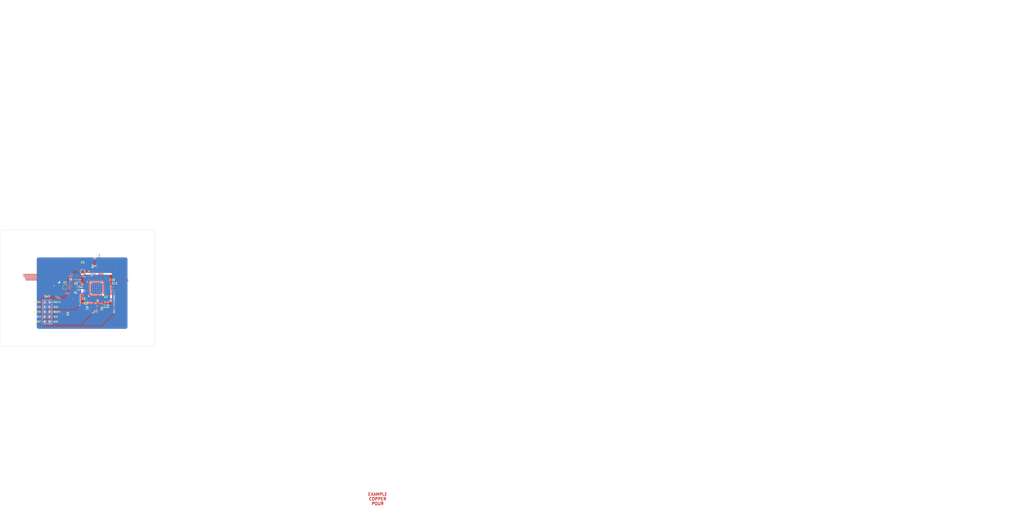
<source format=kicad_pcb>
(kicad_pcb (version 20211014) (generator pcbnew)
  (title_block (title "Acheron Joker48 template layout") (date "2022-02-09") (rev "V1.1.0") (company "Designed by Gondolindrim"))
  (layers (0 "F.Cu" signal) (31 "B.Cu" signal) (34 "B.Paste" user) (35 "F.Paste" user) (36 "B.SilkS" user "B.Silkscreen") (37 "F.SilkS" user "F.Silkscreen") (38 "B.Mask" user) (39 "F.Mask" user) (44 "Edge.Cuts" user))
  (net 0 "")
  (net 1 "Net-(C11-Pad2)")
  (net 2 "GND")
  (net 3 "3V3")
  (net 4 "XTAL_OUT")
  (net 5 "XTAL_IN")
  (net 6 "SDA")
  (net 7 "SCL")
  (net 8 "D+")
  (net 9 "/PA9")
  (net 10 "unconnected-(U2-Pad2)")
  (net 11 "unconnected-(U2-Pad3)")
  (net 12 "unconnected-(U2-Pad4)")
  (net 13 "NRST")
  (net 14 "unconnected-(U2-Pad10)")
  (net 15 "unconnected-(U2-Pad11)")
  (net 16 "unconnected-(U2-Pad12)")
  (net 17 "unconnected-(U2-Pad13)")
  (net 18 "unconnected-(U2-Pad14)")
  (net 19 "unconnected-(U2-Pad15)")
  (net 20 "LED_PWM")
  (net 21 "unconnected-(U2-Pad17)")
  (net 22 "unconnected-(U2-Pad18)")
  (net 23 "CAPS_INDICATOR")
  (net 24 "PB2{slash}BOOT1")
  (net 25 "unconnected-(U2-Pad21)")
  (net 26 "unconnected-(U2-Pad25)")
  (net 27 "unconnected-(U2-Pad26)")
  (net 28 "unconnected-(U2-Pad27)")
  (net 29 "RGB_3V3")
  (net 30 "unconnected-(U2-Pad29)")
  (net 31 "unconnected-(U2-Pad31)")
  (net 32 "D-")
  (net 33 "SWDIO")
  (net 34 "SWCLK")
  (net 35 "unconnected-(U2-Pad38)")
  (net 36 "unconnected-(U2-Pad39)")
  (net 37 "unconnected-(U2-Pad40)")
  (net 38 "unconnected-(U2-Pad41)")
  (net 39 "BOOT0")
  (net 40 "unconnected-(U2-Pad45)")
  (net 41 "unconnected-(U2-Pad46)")
  (footprint "acheron_Components:TSSOP-8_4.4x3mm_P0.65mm" (layer "F.Cu") (at 224.4 124.499999)
    (fp_text reference "U1" (at 0 -2.45) (layer "F.SilkS") (effects (font (thickness 0.2))))
    (fp_text value "BL24C256A-SFRC")
    (pad "1" smd roundrect locked (at -2.8625 -0.975) (size 1.475 0.4) (layers "F.Cu" "F.Paste" "F.Mask") (roundrect_rratio 0.5) (net 2 "GND"))
    (pad "2" smd rect locked (at -2.8625 -0.325) (size 1.475 0.4) (layers "F.Cu" "F.Paste" "F.Mask") (net 2 "GND"))
    (pad "3" smd rect locked (at -2.8625 0.325) (size 1.475 0.4) (layers "F.Cu" "F.Paste" "F.Mask") (net 2 "GND"))
    (pad "4" smd rect locked (at -2.8625 0.975) (size 1.475 0.4) (layers "F.Cu" "F.Paste" "F.Mask") (net 2 "GND"))
    (pad "5" smd rect locked (at 2.8625 0.975) (size 1.475 0.4) (layers "F.Cu" "F.Paste" "F.Mask") (net 6 "SDA"))
    (pad "6" smd rect locked (at 2.8625 0.325) (size 1.475 0.4) (layers "F.Cu" "F.Paste" "F.Mask") (net 7 "SCL"))
    (pad "7" smd rect locked (at 2.8625 -0.325) (size 1.475 0.4) (layers "F.Cu" "F.Paste" "F.Mask") (net 2 "GND"))
    (pad "8" smd rect locked (at 2.8625 -0.975) (size 1.475 0.4) (layers "F.Cu" "F.Paste" "F.Mask") (net 3 "3V3"))
  )
  (footprint "Capacitor_SMD:C_0402_1005Metric" (layer "F.Cu") (at 237.349972 134.999999 -90)
    (fp_text reference "C9" (at 0.35 1.4 90) (layer "F.SilkS") (effects (font (thickness 0.2))))
    (fp_text value "16p")
    (pad "1" smd roundrect locked (at -0.48 0 270) (size 0.56 0.62) (layers "F.Cu" "F.Paste" "F.Mask") (net 5 "XTAL_IN"))
    (pad "2" smd roundrect locked (at 0.48 0 270) (size 0.56 0.62) (layers "F.Cu" "F.Paste" "F.Mask") (net 2 "GND"))
  )
  (footprint "Capacitor_SMD:C_0402_1005Metric" (layer "F.Cu") (at 247.4 122.6 180)
    (fp_text reference "C11" (at -1.2 0.05) (layer "F.SilkS") (effects (font (thickness 0.2)) (justify left)))
    (fp_text value "4.7u")
    (pad "1" smd roundrect locked (at -0.48 0 180) (size 0.56 0.62) (layers "F.Cu" "F.Paste" "F.Mask") (net 2 "GND"))
    (pad "2" smd roundrect locked (at 0.48 0 180) (size 0.56 0.62) (layers "F.Cu" "F.Paste" "F.Mask") (net 1 "Net-(C11-Pad2)"))
  )
  (footprint "Capacitor_SMD:C_0402_1005Metric" (layer "F.Cu") (at 227.4 121.8 180)
    (fp_text reference "C1" (at 0 1.4) (layer "F.SilkS") (effects (font (thickness 0.2))))
    (fp_text value "100n")
    (pad "1" smd roundrect locked (at -0.48 0 180) (size 0.56 0.62) (layers "F.Cu" "F.Paste" "F.Mask") (net 2 "GND"))
    (pad "2" smd roundrect locked (at 0.48 0 180) (size 0.56 0.62) (layers "F.Cu" "F.Paste" "F.Mask") (net 3 "3V3"))
  )
  (footprint "acheron_Components:STM_UFQFPN-48_LQFP-48-1EP_7x7mm_P0.5mm_HandSoldering_ThermalReliefs" (layer "F.Cu") (at 240.749972 125.149999 90)
    (fp_text reference "U2" (at -4.4 4.8 180) (layer "F.SilkS") (effects (font (thickness 0.2))))
    (fp_text value "STM32F411CEU6")
    (pad "1" smd roundrect locked (at -4 -2.75 90) (size 1.8 0.3) (layers "F.Cu" "F.Paste" "F.Mask") (roundrect_rratio 0.5) (net 3 "3V3"))
    (pad "2" smd rect locked (at -4 -2.25 90) (size 1.8 0.3) (layers "F.Cu" "F.Paste" "F.Mask") (net 10 "unconnected-(U2-Pad2)"))
    (pad "3" smd rect locked (at -4 -1.75 90) (size 1.8 0.3) (layers "F.Cu" "F.Paste" "F.Mask") (net 11 "unconnected-(U2-Pad3)"))
    (pad "4" smd rect locked (at -4 -1.25 90) (size 1.8 0.3) (layers "F.Cu" "F.Paste" "F.Mask") (net 12 "unconnected-(U2-Pad4)"))
    (pad "5" smd rect locked (at -4 -0.75 90) (size 1.8 0.3) (layers "F.Cu" "F.Paste" "F.Mask") (net 5 "XTAL_IN"))
    (pad "6" smd rect locked (at -4 -0.25 90) (size 1.8 0.3) (layers "F.Cu" "F.Paste" "F.Mask") (net 4 "XTAL_OUT"))
    (pad "7" smd rect locked (at -4 0.25 90) (size 1.8 0.3) (layers "F.Cu" "F.Paste" "F.Mask") (net 13 "NRST"))
    (pad "8" smd rect locked (at -4 0.75 90) (size 1.8 0.3) (layers "F.Cu" "F.Paste" "F.Mask") (net 2 "GND"))
    (pad "9" smd rect locked (at -4 1.25 90) (size 1.8 0.3) (layers "F.Cu" "F.Paste" "F.Mask") (net 3 "3V3"))
    (pad "10" smd rect locked (at -4 1.75 90) (size 1.8 0.3) (layers "F.Cu" "F.Paste" "F.Mask") (net 14 "unconnected-(U2-Pad10)"))
    (pad "11" smd rect locked (at -4 2.25 90) (size 1.8 0.3) (layers "F.Cu" "F.Paste" "F.Mask") (net 15 "unconnected-(U2-Pad11)"))
    (pad "12" smd rect locked (at -4 2.75 90) (size 1.8 0.3) (layers "F.Cu" "F.Paste" "F.Mask") (net 16 "unconnected-(U2-Pad12)"))
    (pad "13" smd rect locked (at -2.75 4 180) (size 1.8 0.3) (layers "F.Cu" "F.Paste" "F.Mask") (net 17 "unconnected-(U2-Pad13)"))
    (pad "14" smd rect locked (at -2.25 4 180) (size 1.8 0.3) (layers "F.Cu" "F.Paste" "F.Mask") (net 18 "unconnected-(U2-Pad14)"))
    (pad "15" smd rect locked (at -1.75 4 180) (size 1.8 0.3) (layers "F.Cu" "F.Paste" "F.Mask") (net 19 "unconnected-(U2-Pad15)"))
    (pad "16" smd rect locked (at -1.25 4 180) (size 1.8 0.3) (layers "F.Cu" "F.Paste" "F.Mask") (net 20 "LED_PWM"))
    (pad "17" smd rect locked (at -0.75 4 180) (size 1.8 0.3) (layers "F.Cu" "F.Paste" "F.Mask") (net 21 "unconnected-(U2-Pad17)"))
    (pad "18" smd rect locked (at -0.25 4 180) (size 1.8 0.3) (layers "F.Cu" "F.Paste" "F.Mask") (net 22 "unconnected-(U2-Pad18)"))
    (pad "19" smd rect locked (at 0.25 4 180) (size 1.8 0.3) (layers "F.Cu" "F.Paste" "F.Mask") (net 23 "CAPS_INDICATOR"))
    (pad "20" smd rect locked (at 0.75 4 180) (size 1.8 0.3) (layers "F.Cu" "F.Paste" "F.Mask") (net 24 "PB2{slash}BOOT1"))
    (pad "21" smd rect locked (at 1.25 4 180) (size 1.8 0.3) (layers "F.Cu" "F.Paste" "F.Mask") (net 25 "unconnected-(U2-Pad21)"))
    (pad "22" smd rect locked (at 1.75 4 180) (size 1.8 0.3) (layers "F.Cu" "F.Paste" "F.Mask") (net 1 "Net-(C11-Pad2)"))
    (pad "23" smd rect locked (at 2.25 4 180) (size 1.8 0.3) (layers "F.Cu" "F.Paste" "F.Mask") (net 2 "GND"))
    (pad "24" smd rect locked (at 2.75 4 180) (size 1.8 0.3) (layers "F.Cu" "F.Paste" "F.Mask") (net 3 "3V3"))
    (pad "25" smd rect locked (at 4 2.75 90) (size 1.8 0.3) (layers "F.Cu" "F.Paste" "F.Mask") (net 26 "unconnected-(U2-Pad25)"))
    (pad "26" smd rect locked (at 4 2.25 90) (size 1.8 0.3) (layers "F.Cu" "F.Paste" "F.Mask") (net 27 "unconnected-(U2-Pad26)"))
    (pad "27" smd rect locked (at 4 1.75 90) (size 1.8 0.3) (layers "F.Cu" "F.Paste" "F.Mask") (net 28 "unconnected-(U2-Pad27)"))
    (pad "28" smd rect locked (at 4 1.25 90) (size 1.8 0.3) (layers "F.Cu" "F.Paste" "F.Mask") (net 29 "RGB_3V3"))
    (pad "29" smd rect locked (at 4 0.75 90) (size 1.8 0.3) (layers "F.Cu" "F.Paste" "F.Mask") (net 30 "unconnected-(U2-Pad29)"))
    (pad "30" smd rect locked (at 4 0.25 90) (size 1.8 0.3) (layers "F.Cu" "F.Paste" "F.Mask") (net 9 "/PA9"))
    (pad "31" smd rect locked (at 4 -0.25 90) (size 1.8 0.3) (layers "F.Cu" "F.Paste" "F.Mask") (net 31 "unconnected-(U2-Pad31)"))
    (pad "32" smd rect locked (at 4 -0.75 90) (size 1.8 0.3) (layers "F.Cu" "F.Paste" "F.Mask") (net 32 "D-"))
    (pad "33" smd rect locked (at 4 -1.25 90) (size 1.8 0.3) (layers "F.Cu" "F.Paste" "F.Mask") (net 8 "D+"))
    (pad "34" smd rect locked (at 4 -1.75 90) (size 1.8 0.3) (layers "F.Cu" "F.Paste" "F.Mask") (net 33 "SWDIO"))
    (pad "35" smd rect locked (at 4 -2.25 90) (size 1.8 0.3) (layers "F.Cu" "F.Paste" "F.Mask") (net 2 "GND"))
    (pad "36" smd rect locked (at 4 -2.75 90) (size 1.8 0.3) (layers "F.Cu" "F.Paste" "F.Mask") (net 3 "3V3"))
    (pad "37" smd rect locked (at 2.75 -4 180) (size 1.8 0.3) (layers "F.Cu" "F.Paste" "F.Mask") (net 34 "SWCLK"))
    (pad "38" smd rect locked (at 2.25 -4 180) (size 1.8 0.3) (layers "F.Cu" "F.Paste" "F.Mask") (net 35 "unconnected-(U2-Pad38)"))
    (pad "39" smd rect locked (at 1.75 -4 180) (size 1.8 0.3) (layers "F.Cu" "F.Paste" "F.Mask") (net 36 "unconnected-(U2-Pad39)"))
    (pad "40" smd rect locked (at 1.25 -4 180) (size 1.8 0.3) (layers "F.Cu" "F.Paste" "F.Mask") (net 37 "unconnected-(U2-Pad40)"))
    (pad "41" smd rect locked (at 0.75 -4 180) (size 1.8 0.3) (layers "F.Cu" "F.Paste" "F.Mask") (net 38 "unconnected-(U2-Pad41)"))
    (pad "42" smd rect locked (at 0.25 -4 180) (size 1.8 0.3) (layers "F.Cu" "F.Paste" "F.Mask") (net 7 "SCL"))
    (pad "43" smd rect locked (at -0.25 -4 180) (size 1.8 0.3) (layers "F.Cu" "F.Paste" "F.Mask") (net 6 "SDA"))
    (pad "44" smd rect locked (at -0.75 -4 180) (size 1.8 0.3) (layers "F.Cu" "F.Paste" "F.Mask") (net 39 "BOOT0"))
    (pad "45" smd rect locked (at -1.25 -4 180) (size 1.8 0.3) (layers "F.Cu" "F.Paste" "F.Mask") (net 40 "unconnected-(U2-Pad45)"))
    (pad "46" smd rect locked (at -1.75 -4 180) (size 1.8 0.3) (layers "F.Cu" "F.Paste" "F.Mask") (net 41 "unconnected-(U2-Pad46)"))
    (pad "47" smd rect locked (at -2.25 -4 180) (size 1.8 0.3) (layers "F.Cu" "F.Paste" "F.Mask") (net 2 "GND"))
    (pad "47" thru_hole circle (at 2 1 90) (size 0.6 0.6) (drill 0.3) (layers *.Cu "F.Mask") (net 2 "GND"))
    (pad "47" thru_hole circle (at -2 1 90) (size 0.6 0.6) (drill 0.3) (layers *.Cu "F.Mask") (net 2 "GND"))
    (pad "47" thru_hole circle (at -1 1 90) (size 0.6 0.6) (drill 0.3) (layers *.Cu "F.Mask") (net 2 "GND"))
    (pad "47" thru_hole circle (at 0 2 90) (size 0.6 0.6) (drill 0.3) (layers *.Cu "F.Mask") (net 2 "GND"))
    (pad "47" thru_hole circle (at 0 -2 90) (size 0.6 0.6) (drill 0.3) (layers *.Cu "F.Mask") (net 2 "GND"))
    (pad "47" thru_hole circle (at -2 -2 90) (size 0.6 0.6) (drill 0.3) (layers *.Cu "F.Mask") (net 2 "GND"))
    (pad "47" thru_hole circle (at 0 -1 90) (size 0.6 0.6) (drill 0.3) (layers *.Cu "F.Mask") (net 2 "GND"))
    (pad "47" thru_hole circle (at 2 -2 90) (size 0.6 0.6) (drill 0.3) (layers *.Cu "F.Mask") (net 2 "GND"))
    (pad "47" thru_hole circle (at -1 2 90) (size 0.6 0.6) (drill 0.3) (layers *.Cu "F.Mask") (net 2 "GND"))
    (pad "47" smd rect locked (at 0 0 90) (size 5.2 5.2) (layers "F.Cu" "F.Mask") (net 2 "GND"))
    (pad "47" thru_hole circle (at -2 -1 90) (size 0.6 0.6) (drill 0.3) (layers *.Cu "F.Mask") (net 2 "GND"))
    (pad "47" thru_hole circle (at 2 -1 90) (size 0.6 0.6) (drill 0.3) (layers *.Cu "F.Mask") (net 2 "GND"))
    (pad "47" thru_hole circle (at -1 -1 90) (size 0.6 0.6) (drill 0.3) (layers *.Cu "F.Mask") (net 2 "GND"))
    (pad "47" thru_hole circle (at 1 -2 90) (size 0.6 0.6) (drill 0.3) (layers *.Cu "F.Mask") (net 2 "GND"))
    (pad "47" thru_hole circle (at 1 -1 90) (size 0.6 0.6) (drill 0.3) (layers *.Cu "F.Mask") (net 2 "GND"))
    (pad "47" thru_hole circle (at 1 0 90) (size 0.6 0.6) (drill 0.3) (layers *.Cu "F.Mask") (net 2 "GND"))
    (pad "47" thru_hole circle (at 2 0 90) (size 0.6 0.6) (drill 0.3) (layers *.Cu "F.Mask") (net 2 "GND"))
    (pad "47" thru_hole circle (at 1 1 90) (size 0.6 0.6) (drill 0.3) (layers *.Cu "F.Mask") (net 2 "GND"))
    (pad "47" thru_hole circle (at -2 2 90) (size 0.6 0.6) (drill 0.3) (layers *.Cu "F.Mask") (net 2 "GND"))
    (pad "47" thru_hole circle (at 2 2 90) (size 0.6 0.6) (drill 0.3) (layers *.Cu "F.Mask") (net 2 "GND"))
    (pad "47" thru_hole circle (at 0 1 90) (size 0.6 0.6) (drill 0.3) (layers *.Cu "F.Mask") (net 2 "GND"))
    (pad "47" thru_hole circle (at 0 0 90) (size 0.6 0.6) (drill 0.3) (layers *.Cu "F.Mask") (net 2 "GND"))
    (pad "47" thru_hole circle (at -2 0 90) (size 0.6 0.6) (drill 0.3) (layers *.Cu "F.Mask") (net 2 "GND"))
    (pad "47" thru_hole circle (at -1 -2 90) (size 0.6 0.6) (drill 0.3) (layers *.Cu "F.Mask") (net 2 "GND"))
    (pad "47" thru_hole circle (at -1 0 90) (size 0.6 0.6) (drill 0.3) (layers *.Cu "F.Mask") (net 2 "GND"))
    (pad "47" thru_hole circle (at 1 2 90) (size 0.6 0.6) (drill 0.3) (layers *.Cu "F.Mask") (net 2 "GND"))
    (pad "48" smd rect locked (at -2.75 -4 180) (size 1.8 0.3) (layers "F.Cu" "F.Paste" "F.Mask") (net 3 "3V3"))
  )
  (footprint "acheron_Connectors:PinHeader_2x5_P2.54mm_Vertical_Staggered" (layer "F.Cu") (at 215.112972 137.382999)
    (fp_text reference "X1" hide)
    (fp_text value "ARM JTAG" hide)
    (pad "1" thru_hole rect (at -1.2065 -5.08) (size 1.524 1.524) (drill 0.762) (layers *.Cu *.Mask) (net 33 "SWDIO"))
    (pad "2" thru_hole oval (at 1.3335 -5.08) (size 1.524 1.524) (drill 0.762) (layers *.Cu *.Mask) (net 34 "SWCLK"))
    (pad "3" thru_hole oval (at -1.3335 -2.54) (size 1.524 1.524) (drill 0.762) (layers *.Cu *.Mask) (net 2 "GND"))
    (pad "4" thru_hole oval (at 1.2065 -2.54) (size 1.524 1.524) (drill 0.762) (layers *.Cu *.Mask) (net 2 "GND"))
    (pad "5" thru_hole oval (at -1.2065 0) (size 1.524 1.524) (drill 0.762) (layers *.Cu *.Mask) (net 39 "BOOT0"))
    (pad "6" thru_hole oval (at 1.3335 0) (size 1.524 1.524) (drill 0.762) (layers *.Cu *.Mask) (net 24 "PB2{slash}BOOT1"))
    (pad "7" thru_hole oval (at -1.3335 2.54) (size 1.524 1.524) (drill 0.762) (layers *.Cu *.Mask) (net 3 "3V3"))
    (pad "8" thru_hole oval (at 1.2065 2.54) (size 1.524 1.524) (drill 0.762) (layers *.Cu *.Mask) (net 3 "3V3"))
    (pad "9" thru_hole oval (at -1.2065 5.08) (size 1.524 1.524) (drill 0.762) (layers *.Cu *.Mask) (net 13 "NRST"))
    (pad "10" thru_hole oval (at 1.3335 5.08) (size 1.524 1.524) (drill 0.762) (layers *.Cu *.Mask) (net 2 "GND"))
  )
  (footprint "Capacitor_SMD:C_0402_1005Metric" (layer "F.Cu") (at 245.979971 120.8 180)
    (fp_text reference "C10" (at -1.2 0) (layer "F.SilkS") (effects (font (thickness 0.2)) (justify left)))
    (fp_text value "100n")
    (pad "1" smd roundrect locked (at -0.48 0 180) (size 0.56 0.62) (layers "F.Cu" "F.Paste" "F.Mask") (net 2 "GND"))
    (pad "2" smd roundrect locked (at 0.48 0 180) (size 0.56 0.62) (layers "F.Cu" "F.Paste" "F.Mask") (net 3 "3V3"))
  )
  (footprint "Capacitor_SMD:C_0402_1005Metric" (layer "F.Cu") (at 235.249972 131.749999 180)
    (fp_text reference "C2" (at 0 -1.3 180) (layer "F.SilkS") (effects (font (thickness 0.2))))
    (fp_text value "100n")
    (pad "1" smd roundrect locked (at -0.48 0 180) (size 0.56 0.62) (layers "F.Cu" "F.Paste" "F.Mask") (net 3 "3V3"))
    (pad "2" smd roundrect locked (at 0.48 0 180) (size 0.56 0.62) (layers "F.Cu" "F.Paste" "F.Mask") (net 2 "GND"))
  )
  (footprint "acheron_Components:CP_EIA-3216-10_Kemet-I_Pad1.58x1.35mm_HandSolder" (layer "F.Cu") (at 233.549972 115.149999 90)
    (fp_text reference "C5" (at 3.4 0 180) (layer "F.SilkS") (effects (font (thickness 0.2))))
    (fp_text value "10u")
    (pad "1" smd roundrect (at -1.4375 0 90) (size 1.575 1.35) (layers "F.Cu" "F.Paste" "F.Mask") (roundrect_rratio 0.185185) (net 3 "3V3"))
    (pad "2" smd roundrect (at 1.4375 0 90) (size 1.575 1.35) (layers "F.Cu" "F.Paste" "F.Mask") (roundrect_rratio 0.185185) (net 2 "GND"))
  )
  (footprint "Capacitor_SMD:C_0402_1005Metric" (layer "F.Cu") (at 246.649972 132.229999 -90)
    (fp_text reference "C6" (at 1.15 0 90) (layer "F.SilkS") (effects (font (thickness 0.2)) (justify right)))
    (fp_text value "1u")
    (pad "1" smd roundrect locked (at -0.48 0 270) (size 0.56 0.62) (layers "F.Cu" "F.Paste" "F.Mask") (net 3 "3V3"))
    (pad "2" smd roundrect locked (at 0.48 0 270) (size 0.56 0.62) (layers "F.Cu" "F.Paste" "F.Mask") (net 2 "GND"))
  )
  (footprint "acheron_Components:Crystal_SMD_3225-4Pin_3.2x2.5mm" (layer "F.Cu") (at 240.437472 134.399999 180)
    (fp_text reference "Y1" (at 0 -2.6) (layer "F.SilkS") (effects (font (thickness 0.2))))
    (fp_text value "7325-0800A2010-00")
    (pad "1" smd rect locked (at -1.1 0.85 180) (size 1.4 1.2) (layers "F.Cu" "F.Paste" "F.Mask") (net 4 "XTAL_OUT"))
    (pad "2" smd rect locked (at 1.1 0.85 180) (size 1.4 1.2) (layers "F.Cu" "F.Paste" "F.Mask") (net 2 "GND"))
    (pad "3" smd rect locked (at 1.1 -0.85 180) (size 1.4 1.2) (layers "F.Cu" "F.Paste" "F.Mask") (net 5 "XTAL_IN"))
    (pad "4" smd rect locked (at -1.1 -0.85 180) (size 1.4 1.2) (layers "F.Cu" "F.Paste" "F.Mask") (net 2 "GND"))
  )
  (footprint "Capacitor_SMD:C_0402_1005Metric" (layer "F.Cu") (at 233.949972 129.149999 180)
    (fp_text reference "C3" (at 0 -1.4) (layer "F.SilkS") (effects (font (thickness 0.2))))
    (fp_text value "100n")
    (pad "1" smd roundrect locked (at -0.48 0 180) (size 0.56 0.62) (layers "F.Cu" "F.Paste" "F.Mask") (net 3 "3V3"))
    (pad "2" smd roundrect locked (at 0.48 0 180) (size 0.56 0.62) (layers "F.Cu" "F.Paste" "F.Mask") (net 2 "GND"))
  )
  (footprint "Capacitor_SMD:C_0402_1005Metric" (layer "F.Cu") (at 243.549972 133.479999 -90)
    (fp_text reference "C8" (at 1.12 0 90) (layer "F.SilkS") (effects (font (thickness 0.2)) (justify right)))
    (fp_text value "16p")
    (pad "1" smd roundrect locked (at -0.48 0 270) (size 0.56 0.62) (layers "F.Cu" "F.Paste" "F.Mask") (net 4 "XTAL_OUT"))
    (pad "2" smd roundrect locked (at 0.48 0 270) (size 0.56 0.62) (layers "F.Cu" "F.Paste" "F.Mask") (net 2 "GND"))
  )
  (footprint "Resistor_SMD:R_0402_1005Metric" (layer "F.Cu") (at 230 126.149999 180)
    (fp_text reference "R1" (at 0 -1.35) (layer "F.SilkS") (effects (font (thickness 0.2))))
    (fp_text value "1.5k")
    (pad "1" smd roundrect locked (at -0.51 0 180) (size 0.54 0.64) (layers "F.Cu" "F.Paste" "F.Mask") (net 3 "3V3"))
    (pad "2" smd roundrect locked (at 0.51 0 180) (size 0.54 0.64) (layers "F.Cu" "F.Paste" "F.Mask") (net 6 "SDA"))
  )
  (footprint "Resistor_SMD:R_0402_1005Metric" (layer "F.Cu") (at 238.749973 116.000001 90)
    (fp_text reference "R4" (at 2.2 0 90) (layer "F.SilkS") (effects (font (thickness 0.2))))
    (fp_text value "1.5k")
    (pad "1" smd roundrect locked (at -0.51 0 90) (size 0.54 0.64) (layers "F.Cu" "F.Paste" "F.Mask") (net 3 "3V3"))
    (pad "2" smd roundrect locked (at 0.51 0 90) (size 0.54 0.64) (layers "F.Cu" "F.Paste" "F.Mask") (net 8 "D+"))
  )
  (footprint "Resistor_SMD:R_0402_1005Metric" (layer "F.Cu") (at 230 124.149999 180)
    (fp_text reference "R2" (at 0 1.4) (layer "F.SilkS") (effects (font (thickness 0.2))))
    (fp_text value "1.5k")
    (pad "1" smd roundrect locked (at -0.51 0 180) (size 0.54 0.64) (layers "F.Cu" "F.Paste" "F.Mask") (net 3 "3V3"))
    (pad "2" smd roundrect locked (at 0.51 0 180) (size 0.54 0.64) (layers "F.Cu" "F.Paste" "F.Mask") (net 7 "SCL"))
  )
  (footprint "Resistor_SMD:R_0805_2012Metric" (layer "F.Cu") (at 223.949972 138.349999 -90)
    (fp_text reference "R3" (at 0 -2 90) (layer "F.SilkS") (effects (font (thickness 0.2))))
    (fp_text value "10k")
    (pad "1" smd roundrect locked (at -0.9125 0 270) (size 1.025 1.4) (layers "F.Cu" "F.Paste" "F.Mask") (roundrect_rratio 0.243902) (net 24 "PB2{slash}BOOT1"))
    (pad "2" smd roundrect locked (at 0.9125 0 270) (size 1.025 1.4) (layers "F.Cu" "F.Paste" "F.Mask") (roundrect_rratio 0.243902) (net 2 "GND"))
  )
  (footprint "Capacitor_SMD:C_0402_1005Metric" (layer "F.Cu") (at 236.749972 119.149999 -90)
    (fp_text reference "C4" (at -1.2 0 90) (layer "F.SilkS") (effects (font (thickness 0.2)) (justify left)))
    (fp_text value "100n")
    (pad "1" smd roundrect locked (at -0.48 0 270) (size 0.56 0.62) (layers "F.Cu" "F.Paste" "F.Mask") (net 2 "GND"))
    (pad "2" smd roundrect locked (at 0.48 0 270) (size 0.56 0.62) (layers "F.Cu" "F.Paste" "F.Mask") (net 3 "3V3"))
  )
  (footprint "Capacitor_SMD:C_0402_1005Metric" (layer "F.Cu") (at 245.149972 132.229999 -90)
    (fp_text reference "C7" (at 1.15 0 90) (layer "F.SilkS") (effects (font (thickness 0.2)) (justify right)))
    (fp_text value "10n")
    (pad "1" smd roundrect locked (at -0.48 0 270) (size 0.56 0.62) (layers "F.Cu" "F.Paste" "F.Mask") (net 3 "3V3"))
    (pad "2" smd roundrect locked (at 0.48 0 270) (size 0.56 0.62) (layers "F.Cu" "F.Paste" "F.Mask") (net 2 "GND"))
  )
  (gr_line (start 270.749972 95.149999) (end 270.749972 155.149999) (layer "Edge.Cuts") (width 0.1))
  (gr_line (start 270.749972 155.149999) (end 190.749972 155.149999) (layer "Edge.Cuts") (width 0.1))
  (gr_line (start 190.749972 95.149999) (end 270.749972 95.149999) (layer "Edge.Cuts") (width 0.1))
  (gr_line (start 190.749972 155.149999) (end 190.749972 95.149999) (layer "Edge.Cuts") (width 0.1))
  (gr_text "EXAMPLE\nCOPPER\nPOUR" (at 386.349973 234.300001) (layer "F.Cu") (effects (font (size 1.5 1.5) (thickness 0.3))))
  (gr_text "nRST" (at 211.937972 142.462998) (layer "F.SilkS") (effects (font (size 0.8 0.8) (thickness 0.16)) (justify right)))
  (gr_text "3V3" (at 218.287972 139.922999) (layer "F.SilkS") (effects (font (size 0.8 0.8) (thickness 0.16)) (justify left)))
  (gr_text "SWD" (at 215.112972 129.382999) (layer "F.SilkS") (effects (font (size 1 1) (thickness 0.2))))
  (gr_text "GND" (at 218.287972 134.842999) (layer "F.SilkS") (effects (font (size 0.8 0.8) (thickness 0.16)) (justify left)))
  (gr_text "GND" (at 211.937972 134.842999) (layer "F.SilkS") (effects (font (size 0.8 0.8) (thickness 0.16)) (justify right)))
  (gr_text "SWDIO" (at 211.937972 132.303) (layer "F.SilkS") (effects (font (size 0.8 0.8) (thickness 0.16)) (justify right)))
  (gr_text "GND" (at 218.287972 142.462998) (layer "F.SilkS") (effects (font (size 0.8 0.8) (thickness 0.16)) (justify left)))
  (gr_text "BOOT0" (at 211.937972 137.382999) (layer "F.SilkS") (effects (font (size 0.8 0.8) (thickness 0.16)) (justify right)))
  (gr_text "3V3" (at 211.937972 139.922999) (layer "F.SilkS") (effects (font (size 0.8 0.8) (thickness 0.16)) (justify right)))
  (gr_text "BOOT1" (at 218.287972 137.382999) (layer "F.SilkS") (effects (font (size 0.8 0.8) (thickness 0.16)) (justify left)))
  (gr_text "SWCLK" (at 218.287972 132.303) (layer "F.SilkS") (effects (font (size 0.8 0.8) (thickness 0.16)) (justify left)))
  (segment (start 246.120001 123.399999) (end 246.92 122.6) (width 0.2) (layer "F.Cu") (net 1))
  (segment (start 244.749972 123.399999) (end 246.120001 123.399999) (width 0.2) (layer "F.Cu") (net 1))
  (segment (start 241.499972 129.149999) (end 241.499972 127.099999) (width 0.2) (layer "F.Cu") (net 2))
  (segment (start 244.749972 122.899999) (end 242.699972 122.899999) (width 0.2) (layer "F.Cu") (net 2))
  (segment (start 238.499972 121.149999) (end 238.499972 123.199999) (width 0.2) (layer "F.Cu") (net 2))
  (segment (start 236.749972 127.399999) (end 238.799972 127.399999) (width 0.2) (layer "F.Cu") (net 2))
  (segment (start 239.567472 133.119999) (end 239.587472 133.099999) (width 0.2) (layer "F.Cu") (net 2))
  (via (at 249.27497 124.599999) (size 0.6) (drill 0.3) (layers "F.Cu" "B.Cu") (net 2))
  (via (at 228.349972 130.749999) (size 0.6) (drill 0.3) (layers "F.Cu" "B.Cu") (net 2))
  (via (at 230.6 118.6) (size 0.6) (drill 0.3) (layers "F.Cu" "B.Cu") (net 2))
  (via (at 227.949972 126.299999) (size 0.6) (drill 0.3) (layers "F.Cu" "B.Cu") (net 2))
  (via (at 250.749972 114.149999) (size 0.6) (drill 0.3) (layers "F.Cu" "B.Cu") (net 2))
  (via (at 218.8 123.800001) (size 1) (drill 0.5) (layers "F.Cu" "B.Cu") (net 2))
  (via (at 238.349972 114.399999) (size 0.6) (drill 0.3) (layers "F.Cu" "B.Cu") (net 2))
  (via (at 240.949972 112.799999) (size 0.6) (drill 0.3) (layers "F.Cu" "B.Cu") (net 2))
  (via (at 238.349972 112.799999) (size 0.6) (drill 0.3) (layers "F.Cu" "B.Cu") (net 2))
  (via (at 237.4 136.6) (size 0.6) (drill 0.3) (layers "F.Cu" "B.Cu") (net 2))
  (via (at 242 136.8) (size 0.6) (drill 0.3) (layers "F.Cu" "B.Cu") (net 2))
  (via (at 225.749972 135.149999) (size 0.6) (drill 0.3) (layers "F.Cu" "B.Cu") (net 2))
  (via (at 240.949972 114.399999) (size 0.6) (drill 0.3) (layers "F.Cu" "B.Cu") (net 2))
  (segment (start 236.149972 129.149999) (end 234.429972 129.149999) (width 0.2) (layer "F.Cu") (net 3))
  (segment (start 234.429972 129.149999) (end 234.429972 130.149999) (width 0.2) (layer "F.Cu") (net 3))
  (segment (start 236.749972 119.629999) (end 237.529972 119.629999) (width 0.2) (layer "F.Cu") (net 3))
  (segment (start 236.539948 131.749999) (end 237.999972 130.289975) (width 0.2) (layer "F.Cu") (net 3))
  (segment (start 245.499971 120.8) (end 245.499971 119.949999) (width 0.2) (layer "F.Cu") (net 3))
  (segment (start 241.999972 129.149999) (end 241.999972 130.495017) (width 0.2) (layer "F.Cu") (net 3))
  (segment (start 234.749972 119.149999) (end 234.749972 117.787499) (width 0.5) (layer "F.Cu") (net 3))
  (segment (start 236.749972 128.549999) (end 236.149972 129.149999) (width 0.2) (layer "F.Cu") (net 3))
  (segment (start 235.729972 130.749999) (end 235.729972 131.749999) (width 0.2) (layer "F.Cu") (net 3))
  (segment (start 235.729972 131.749999) (end 236.539948 131.749999) (width 0.2) (layer "F.Cu") (net 3))
  (segment (start 226.92 121.8) (end 226.92 121.28) (width 0.2) (layer "F.Cu") (net 3))
  (segment (start 237.529972 119.629999) (end 237.999972 120.099999) (width 0.2) (layer "F.Cu") (net 3))
  (segment (start 226.92 121.8) (end 226.92 123.4) (width 0.2) (layer "F.Cu") (net 3))
  (segment (start 246.649972 131.749999) (end 247.649972 131.749999) (width 0.2) (layer "F.Cu") (net 3))
  (segment (start 237.999972 130.289975) (end 237.999972 129.149999) (width 0.2) (layer "F.Cu") (net 3))
  (segment (start 233.549972 116.587499) (end 232.187472 116.587499) (width 0.5) (layer "F.Cu") (net 3))
  (segment (start 236.779972 119.629999) (end 236.779972 120.549999) (width 0.2) (layer "F.Cu") (net 3))
  (segment (start 234.749972 117.787499) (end 233.549972 116.587499) (width 0.5) (layer "F.Cu") (net 3))
  (segment (start 236.749972 127.899999) (end 236.749972 128.549999) (width 0.2) (layer "F.Cu") (net 3))
  (segment (start 244.749972 122.399999) (end 244.749972 121.549999) (width 0.2) (layer "F.Cu") (net 3))
  (segment (start 238.900472 116.6605) (end 238.749973 116.510001) (width 0.2) (layer "F.Cu") (net 3))
  (segment (start 244.89853 131.498557) (end 246.39853 131.498557) (width 0.2) (layer "F.Cu") (net 3))
  (segment (start 244.89853 131.498557) (end 245.149972 131.749999) (width 0.2) (layer "F.Cu") (net 3))
  (segment (start 238.900472 117.400001) (end 238.900472 116.6605) (width 0.2) (layer "F.Cu") (net 3))
  (segment (start 245.499971 120.8) (end 244.749972 121.549999) (width 0.2) (layer "F.Cu") (net 3))
  (segment (start 243.003512 131.498557) (end 244.89853 131.498557) (width 0.2) (layer "F.Cu") (net 3))
  (segment (start 232.187472 116.587499) (end 230.149972 114.549999) (width 0.5) (layer "F.Cu") (net 3))
  (segment (start 246.39853 131.498557) (end 246.649972 131.749999) (width 0.2) (layer "F.Cu") (net 3))
  (segment (start 237.999972 121.149999) (end 237.999972 120.099999) (width 0.2) (layer "F.Cu") (net 3))
  (segment (start 241.999972 130.495017) (end 243.003512 131.498557) (width 0.2) (layer "F.Cu") (net 3))
  (segment (start 230.149972 114.549999) (end 230.149972 111.549999) (width 0.5) (layer "F.Cu") (net 3))
  (segment (start 226.92 121.28) (end 227.6 120.6) (width 0.2) (layer "F.Cu") (net 3))
  (segment (start 230.51 124.149999) (end 231.349972 124.149999) (width 0.2) (layer "F.Cu") (net 3))
  (segment (start 236.199972 127.899999) (end 236.749972 127.899999) (width 0.2) (layer "F.Cu") (net 3))
  (segment (start 230.51 126.099999) (end 231.4 126.099999) (width 0.2) (layer "F.Cu") (net 3))
  (via (at 234.429972 130.149999) (size 0.6) (drill 0.3) (layers "F.Cu" "B.Cu") (net 3))
  (via (at 247.649972 131.749999) (size 0.6) (drill 0.3) (layers "F.Cu" "B.Cu") (net 3))
  (via (at 236.779972 120.549999) (size 0.6) (drill 0.3) (layers "F.Cu" "B.Cu") (net 3))
  (via (at 235.729972 130.749999) (size 0.6) (drill 0.3) (layers "F.Cu" "B.Cu") (net 3))
  (via (at 231.349972 124.149999) (size 0.6) (drill 0.3) (layers "F.Cu" "B.Cu") (net 3))
  (via (at 245.499971 119.949999) (size 0.6) (drill 0.3) (layers "F.Cu" "B.Cu") (net 3))
  (via (at 234.749972 119.149999) (size 1) (drill 0.5) (layers "F.Cu" "B.Cu") (net 3))
  (via (at 227.6 120.6) (size 0.6) (drill 0.3) (layers "F.Cu" "B.Cu") (net 3))
  (via (at 231.4 126.099999) (size 0.6) (drill 0.3) (layers "F.Cu" "B.Cu") (net 3))
  (via (at 238.900472 117.400001) (size 0.6) (drill 0.3) (layers "F.Cu" "B.Cu") (net 3))
  (segment (start 211.957972 131.157999) (end 211.957972 138.101499) (width 0.2) (layer "B.Cu") (net 3))
  (segment (start 237.000453 116.40048) (end 229.384486 116.400479) (width 0.2) (layer "B.Cu") (net 3))
  (segment (start 238.900472 117.400001) (end 238.900472 118.300499) (width 0.2) (layer "B.Cu") (net 3))
  (segment (start 216.319472 139.922999) (end 213.779472 139.922999) (width 0.2) (layer "B.Cu") (net 3))
  (segment (start 211.957972 138.101499) (end 213.779472 139.922999) (width 0.2) (layer "B.Cu") (net 3))
  (segment (start 232.35 125.149999) (end 234.149972 125.149999) (width 0.5) (layer "B.Cu") (net 3))
  (segment (start 225.950453 119.834512) (end 225.950453 126.965518) (width 0.2) (layer "B.Cu") (net 3))
  (segment (start 229.384486 116.400479) (end 225.950453 119.834512) (width 0.2) (layer "B.Cu") (net 3))
  (segment (start 225.950453 126.965518) (end 223.357972 129.557999) (width 0.2) (layer "B.Cu") (net 3))
  (segment (start 238.900472 118.300499) (end 237.000453 116.40048) (width 0.2) (layer "B.Cu") (net 3))
  (segment (start 247.649972 131.749999) (end 247.249972 131.349999) (width 0.5) (layer "B.Cu") (net 3))
  (segment (start 231.4 126.099999) (end 232.35 125.149999) (width 0.5) (layer "B.Cu") (net 3))
  (segment (start 213.557972 129.557999) (end 211.957972 131.157999) (width 0.2) (layer "B.Cu") (net 3))
  (segment (start 231.349972 124.149999) (end 234.149972 124.149999) (width 0.5) (layer "B.Cu") (net 3))
  (segment (start 227.6 120.6) (end 234.349972 120.599999) (width 0.2) (layer "B.Cu") (net 3))
  (segment (start 223.357972 129.557999) (end 213.557972 129.557999) (width 0.2) (layer "B.Cu") (net 3))
  (segment (start 240.499972 129.149999) (end 240.499972 132.512499) (width 0.2) (layer "F.Cu") (net 4))
  (segment (start 242.087472 132.999999) (end 241.537472 133.549999) (width 0.2) (layer "F.Cu") (net 4))
  (segment (start 243.549972 132.999999) (end 242.087472 132.999999) (width 0.2) (layer "F.Cu") (net 4))
  (segment (start 240.499972 132.512499) (end 241.537472 133.549999) (width 0.2) (layer "F.Cu") (net 4))
  (segment (start 238.079972 135.249999) (end 237.349972 134.519999) (width 0.2) (layer "F.Cu") (net 5))
  (segment (start 237.349972 134.519999) (end 237.349972 133.199999) (width 0.2) (layer "F.Cu") (net 5))
  (segment (start 239.107472 135.479999) (end 239.337472 135.249999) (width 0.2) (layer "F.Cu") (net 5))
  (segment (start 239.337472 135.249999) (end 238.079972 135.249999) (width 0.2) (layer "F.Cu") (net 5))
  (segment (start 237.349972 133.199999) (end 239.999972 130.549999) (width 0.2) (layer "F.Cu") (net 5))
  (segment (start 239.999972 130.549999) (end 239.999972 129.149999) (width 0.2) (layer "F.Cu") (net 5))
  (segment (start 230.24 125.399999) (end 229.49 126.149999) (width 0.2) (layer "F.Cu") (net 6))
  (segment (start 236.730452 125.380479) (end 236.749972 125.399999) (width 0.2) (layer "F.Cu") (net 6))
  (segment (start 227.2625 125.474999) (end 228.815 125.474999) (width 0.2) (layer "F.Cu") (net 6))
  (segment (start 228.815 125.474999) (end 229.49 126.149999) (width 0.2) (layer "F.Cu") (net 6))
  (segment (start 236.749972 125.399999) (end 230.24 125.399999) (width 0.2) (layer "F.Cu") (net 6))
  (segment (start 228.815 124.824999) (end 229.49 124.149999) (width 0.2) (layer "F.Cu") (net 7))
  (segment (start 227.2625 124.824999) (end 228.815 124.824999) (width 0.2) (layer "F.Cu") (net 7))
  (segment (start 236.749972 124.899999) (end 230.24 124.899999) (width 0.2) (layer "F.Cu") (net 7))
  (segment (start 230.24 124.899999) (end 229.49 124.149999) (width 0.2) (layer "F.Cu") (net 7))
  (segment (start 239.499972 114.740002) (end 239.499972 113.749999) (width 0.2) (layer "F.Cu") (net 8))
  (segment (start 239.499972 121.149999) (end 239.499972 114.740002) (width 0.2) (layer "F.Cu") (net 8))
  (segment (start 238.749973 115.490001) (end 239.499972 114.740002) (width 0.2) (layer "F.Cu") (net 8))
  (segment (start 239.499972 113.749999) (end 239.349972 113.599999) (width 0.2) (layer "F.Cu") (net 8))
  (via (at 239.349972 113.599999) (size 0.6) (drill 0.3) (layers "F.Cu" "B.Cu") (net 8))
  (via (at 239.349972 113.599999) (size 0.6) (drill 0.3) (layers "F.Cu" "B.Cu") (net 8))
  (segment (start 239.549972 109.117155) (end 239.549972 113.399999) (width 0.2) (layer "B.Cu") (net 8))
  (segment (start 239.549972 113.399999) (end 239.349972 113.599999) (width 0.2) (layer "B.Cu") (net 8))
  (segment (start 240.999972 119.315005) (end 242.149972 118.165005) (width 0.2) (layer "F.Cu") (net 9))
  (segment (start 242.149972 118.165005) (end 242.149972 107.324999) (width 0.2) (layer "F.Cu") (net 9))
  (segment (start 240.999972 121.149999) (end 240.999972 119.315005) (width 0.2) (layer "F.Cu") (net 9))
  (segment (start 235.927477 132.927477) (end 224.312442 132.927477) (width 0.2) (layer "F.Cu") (net 10))
  (segment (start 238.499972 130.354981) (end 235.927477 132.927477) (width 0.2) (layer "F.Cu") (net 10))
  (segment (start 224.312442 132.927477) (end 211.582085 120.197119) (width 0.2) (layer "F.Cu") (net 10))
  (segment (start 211.582085 120.197119) (end 203.749972 120.197119) (width 0.2) (layer "F.Cu") (net 10))
  (segment (start 238.499972 129.149999) (end 238.499972 130.354981) (width 0.2) (layer "F.Cu") (net 10))
  (segment (start 224.146957 133.326996) (end 236.092963 133.326996) (width 0.2) (layer "F.Cu") (net 11))
  (segment (start 211.416599 120.596639) (end 224.146957 133.326996) (width 0.2) (layer "F.Cu") (net 11))
  (segment (start 238.999972 130.419987) (end 238.999972 129.149999) (width 0.2) (layer "F.Cu") (net 11))
  (segment (start 236.092963 133.326996) (end 238.999972 130.419987) (width 0.2) (layer "F.Cu") (net 11))
  (segment (start 203.949972 120.596639) (end 211.416599 120.596639) (width 0.2) (layer "F.Cu") (net 11))
  (segment (start 204.149972 120.996159) (end 211.251113 120.996159) (width 0.2) (layer "F.Cu") (net 12))
  (segment (start 223.981471 133.726516) (end 236.258449 133.726516) (width 0.2) (layer "F.Cu") (net 12))
  (segment (start 236.258449 133.726516) (end 239.499972 130.484993) (width 0.2) (layer "F.Cu") (net 12))
  (segment (start 239.499972 130.484993) (end 239.499972 129.149999) (width 0.2) (layer "F.Cu") (net 12))
  (segment (start 211.251113 120.996159) (end 223.981471 133.726516) (width 0.2) (layer "F.Cu") (net 12))
  (segment (start 240.999972 131.049999) (end 241.149972 131.199999) (width 0.2) (layer "F.Cu") (net 13))
  (segment (start 240.999972 129.149999) (end 240.999972 131.049999) (width 0.2) (layer "F.Cu") (net 13))
  (via (at 241.149972 131.199999) (size 0.6) (drill 0.3) (layers "F.Cu" "B.Cu") (net 13))
  (segment (start 213.244481 143.479502) (end 214.115458 144.350479) (width 0.2) (layer "B.Cu") (net 13))
  (segment (start 214.115458 144.350479) (end 232.399492 144.350479) (width 0.2) (layer "B.Cu") (net 13))
  (segment (start 213.906472 142.462999) (end 213.244481 143.12499) (width 0.2) (layer "B.Cu") (net 13))
  (segment (start 213.244481 143.12499) (end 213.244481 143.479502) (width 0.2) (layer "B.Cu") (net 13))
  (segment (start 241.149972 135.599999) (end 241.149972 131.199999) (width 0.2) (layer "B.Cu") (net 13))
  (segment (start 232.399492 144.350479) (end 241.149972 135.599999) (width 0.2) (layer "B.Cu") (net 13))
  (segment (start 248.814391 134.430007) (end 251.282461 136.898077) (width 0.2) (layer "F.Cu") (net 14))
  (segment (start 242.499972 130.430011) (end 243.168999 131.099038) (width 0.2) (layer "F.Cu") (net 14))
  (segment (start 243.168999 131.099038) (end 248.211511 131.099039) (width 0.2) (layer "F.Cu") (net 14))
  (segment (start 248.211511 131.099039) (end 248.814391 131.701919) (width 0.2) (layer "F.Cu") (net 14))
  (segment (start 248.814391 131.701919) (end 248.814391 134.430007) (width 0.2) (layer "F.Cu") (net 14))
  (segment (start 242.499972 129.149999) (end 242.499972 130.430011) (width 0.2) (layer "F.Cu") (net 14))
  (segment (start 251.447946 136.498556) (end 249.213913 134.264523) (width 0.2) (layer "F.Cu") (net 15))
  (segment (start 249.213911 131.466445) (end 248.446985 130.699519) (width 0.2) (layer "F.Cu") (net 15))
  (segment (start 243.334486 130.699519) (end 242.999972 130.365005) (width 0.2) (layer "F.Cu") (net 15))
  (segment (start 242.999972 130.365005) (end 242.999972 129.149999) (width 0.2) (layer "F.Cu") (net 15))
  (segment (start 248.446985 130.699519) (end 243.334486 130.699519) (width 0.2) (layer "F.Cu") (net 15))
  (segment (start 249.213913 134.264523) (end 249.213911 131.466445) (width 0.2) (layer "F.Cu") (net 15))
  (segment (start 249.613433 134.099037) (end 251.613433 136.099037) (width 0.2) (layer "F.Cu") (net 16))
  (segment (start 249.613431 131.300959) (end 249.613433 134.099037) (width 0.2) (layer "F.Cu") (net 16))
  (segment (start 248.612471 130.299999) (end 249.613431 131.300959) (width 0.2) (layer "F.Cu") (net 16))
  (segment (start 243.499972 129.149999) (end 243.499972 129.949999) (width 0.2) (layer "F.Cu") (net 16))
  (segment (start 243.499972 129.949999) (end 243.849972 130.299999) (width 0.2) (layer "F.Cu") (net 16))
  (segment (start 243.849972 130.299999) (end 248.612471 130.299999) (width 0.2) (layer "F.Cu") (net 16))
  (segment (start 244.749972 127.899999) (end 246.022435 127.899999) (width 0.2) (layer "F.Cu") (net 17))
  (segment (start 246.022435 127.899999) (end 246.619551 128.497115) (width 0.2) (layer "F.Cu") (net 17))
  (segment (start 249.80539 128.497116) (end 257.205867 121.096639) (width 0.2) (layer "F.Cu") (net 17))
  (segment (start 246.619551 128.497115) (end 249.80539 128.497116) (width 0.2) (layer "F.Cu") (net 17))
  (segment (start 249.639903 128.097597) (end 257.040381 120.697119) (width 0.2) (layer "F.Cu") (net 18))
  (segment (start 246.785038 128.097596) (end 249.639903 128.097597) (width 0.2) (layer "F.Cu") (net 18))
  (segment (start 244.749972 127.399999) (end 246.087441 127.399999) (width 0.2) (layer "F.Cu") (net 18))
  (segment (start 246.087441 127.399999) (end 246.785038 128.097596) (width 0.2) (layer "F.Cu") (net 18))
  (segment (start 246.950525 127.698077) (end 249.474416 127.698078) (width 0.2) (layer "F.Cu") (net 19))
  (segment (start 249.474416 127.698078) (end 256.874895 120.297599) (width 0.2) (layer "F.Cu") (net 19))
  (segment (start 246.152447 126.899999) (end 246.950525 127.698077) (width 0.2) (layer "F.Cu") (net 19))
  (segment (start 244.749972 126.899999) (end 246.152447 126.899999) (width 0.2) (layer "F.Cu") (net 19))
  (segment (start 246.217453 126.399999) (end 244.749972 126.399999) (width 0.2) (layer "F.Cu") (net 20))
  (segment (start 256.709409 119.898079) (end 249.30893 127.298558) (width 0.2) (layer "F.Cu") (net 20))
  (segment (start 249.30893 127.298558) (end 247.116012 127.298558) (width 0.2) (layer "F.Cu") (net 20))
  (segment (start 247.116012 127.298558) (end 246.217453 126.399999) (width 0.2) (layer "F.Cu") (net 20))
  (segment (start 246.282459 125.899999) (end 244.749972 125.899999) (width 0.2) (layer "F.Cu") (net 21))
  (segment (start 256.543923 119.498559) (end 249.143443 126.899039) (width 0.2) (layer "F.Cu") (net 21))
  (segment (start 249.143443 126.899039) (end 247.281499 126.899039) (width 0.2) (layer "F.Cu") (net 21))
  (segment (start 247.281499 126.899039) (end 246.282459 125.899999) (width 0.2) (layer "F.Cu") (net 21))
  (segment (start 246.347465 125.399999) (end 244.749972 125.399999) (width 0.2) (layer "F.Cu") (net 22))
  (segment (start 248.977958 126.499518) (end 247.446985 126.499519) (width 0.2) (layer "F.Cu") (net 22))
  (segment (start 247.446985 126.499519) (end 246.347465 125.399999) (width 0.2) (layer "F.Cu") (net 22))
  (segment (start 256.378437 119.099039) (end 248.977958 126.499518) (width 0.2) (layer "F.Cu") (net 22))
  (segment (start 246.412471 124.899999) (end 244.749972 124.899999) (width 0.2) (layer "F.Cu") (net 23))
  (segment (start 248.812471 126.099999) (end 247.612471 126.099999) (width 0.2) (layer "F.Cu") (net 23))
  (segment (start 256.212951 118.699519) (end 248.812471 126.099999) (width 0.2) (layer "F.Cu") (net 23))
  (segment (start 247.612471 126.099999) (end 246.412471 124.899999) (width 0.2) (layer "F.Cu") (net 23))
  (segment (start 244.749972 124.399999) (end 247.402471 124.399999) (width 0.2) (layer "F.Cu") (net 24))
  (segment (start 223.895472 137.382999) (end 223.949972 137.437499) (width 0.2) (layer "F.Cu") (net 24))
  (segment (start 247.402471 124.399999) (end 248.012471 125.009999) (width 0.2) (layer "F.Cu") (net 24))
  (segment (start 216.446472 137.382999) (end 223.895472 137.382999) (width 0.2) (layer "F.Cu") (net 24))
  (via (at 248.012471 125.009999) (size 0.6) (drill 0.3) (layers "F.Cu" "B.Cu") (net 24))
  (segment (start 217.582972 137.382999) (end 218.557972 138.357999) (width 0.2) (layer "B.Cu") (net 24))
  (segment (start 217.714483 141.401488) (end 213.466779 141.401488) (width 0.2) (layer "B.Cu") (net 24))
  (segment (start 212.844961 142.023306) (end 212.844961 143.644988) (width 0.2) (layer "B.Cu") (net 24))
  (segment (start 249.749972 126.7475) (end 248.012471 125.009999) (width 0.2) (layer "B.Cu") (net 24))
  (segment (start 213.466779 141.401488) (end 212.844961 142.023306) (width 0.2) (layer "B.Cu") (net 24))
  (segment (start 213.949972 144.749999) (end 243.249972 144.749999) (width 0.2) (layer "B.Cu") (net 24))
  (segment (start 216.446472 137.382999) (end 217.582972 137.382999) (width 0.2) (layer "B.Cu") (net 24))
  (segment (start 249.749972 138.249999) (end 249.749972 126.7475) (width 0.2) (layer "B.Cu") (net 24))
  (segment (start 218.557972 140.557999) (end 217.714483 141.401488) (width 0.2) (layer "B.Cu") (net 24))
  (segment (start 243.249972 144.749999) (end 249.749972 138.249999) (width 0.2) (layer "B.Cu") (net 24))
  (segment (start 212.844961 143.644988) (end 213.949972 144.749999) (width 0.2) (layer "B.Cu") (net 24))
  (segment (start 218.557972 138.357999) (end 218.557972 140.557999) (width 0.2) (layer "B.Cu") (net 24))
  (segment (start 256.047465 118.299999) (end 250.447465 123.899999) (width 0.2) (layer "F.Cu") (net 25))
  (segment (start 250.447465 123.899999) (end 244.749972 123.899999) (width 0.2) (layer "F.Cu") (net 25))
  (segment (start 243.499972 119.640035) (end 244.147571 118.992436) (width 0.2) (layer "F.Cu") (net 26))
  (segment (start 243.499972 121.149999) (end 243.499972 119.640035) (width 0.2) (layer "F.Cu") (net 26))
  (segment (start 244.147571 118.992436) (end 244.147571 111.212424) (width 0.2) (layer "F.Cu") (net 26))
  (segment (start 243.748051 118.82695) (end 242.999972 119.575029) (width 0.2) (layer "F.Cu") (net 27))
  (segment (start 242.999972 119.575029) (end 242.999972 121.149999) (width 0.2) (layer "F.Cu") (net 27))
  (segment (start 243.748051 118.82695) (end 243.748051 111.046938) (width 0.2) (layer "F.Cu") (net 27))
  (segment (start 242.499972 119.510023) (end 243.348532 118.661463) (width 0.2) (layer "F.Cu") (net 28))
  (segment (start 242.499972 121.149999) (end 242.499972 119.510023) (width 0.2) (layer "F.Cu") (net 28))
  (segment (start 243.348532 118.661463) (end 243.348532 110.881451) (width 0.2) (layer "F.Cu") (net 28))
  (segment (start 242.949012 118.495977) (end 241.999972 119.445017) (width 0.2) (layer "F.Cu") (net 29))
  (segment (start 242.949012 118.495977) (end 242.949012 110.715965) (width 0.2) (layer "F.Cu") (net 29))
  (segment (start 241.999972 119.445017) (end 241.999972 121.149999) (width 0.2) (layer "F.Cu") (net 29))
  (segment (start 241.499972 119.380011) (end 242.549492 118.330491) (width 0.2) (layer "F.Cu") (net 30))
  (segment (start 241.499972 121.149999) (end 241.499972 119.380011) (width 0.2) (layer "F.Cu") (net 30))
  (segment (start 242.549492 118.330491) (end 242.549492 110.550479) (width 0.2) (layer "F.Cu") (net 30))
  (segment (start 241.749972 117.999999) (end 240.499972 119.249999) (width 0.2) (layer "F.Cu") (net 31))
  (segment (start 241.749972 110.8) (end 241.749972 117.999999) (width 0.2) (layer "F.Cu") (net 31))
  (segment (start 240.499972 119.249999) (end 240.499972 121.149999) (width 0.2) (layer "F.Cu") (net 31))
  (segment (start 239.999972 113.749999) (end 240.149972 113.599999) (width 0.2) (layer "F.Cu") (net 32))
  (segment (start 239.999972 121.149999) (end 239.999972 113.749999) (width 0.2) (layer "F.Cu") (net 32))
  (via (at 240.149972 113.599999) (size 0.6) (drill 0.3) (layers "F.Cu" "B.Cu") (net 32))
  (via (at 240.149972 113.599999) (size 0.6) (drill 0.3) (layers "F.Cu" "B.Cu") (net 32))
  (segment (start 239.949972 109.282843) (end 239.949972 113.399999) (width 0.2) (layer "B.Cu") (net 32))
  (segment (start 239.949972 113.399999) (end 240.149972 113.599999) (width 0.2) (layer "B.Cu") (net 32))
  (segment (start 238.999972 119.497821) (end 238.999972 121.149999) (width 0.2) (layer "F.Cu") (net 33))
  (segment (start 238.189854 118.687703) (end 238.999972 119.497821) (width 0.2) (layer "F.Cu") (net 33))
  (via (at 238.189854 118.687703) (size 0.6) (drill 0.3) (layers "F.Cu" "B.Cu") (net 33))
  (segment (start 229.549972 116.799999) (end 236.584966 116.799999) (width 0.2) (layer "B.Cu") (net 33))
  (segment (start 223.523458 129.957519) (end 226.349972 127.131005) (width 0.2) (layer "B.Cu") (net 33))
  (segment (start 226.349972 127.131005) (end 226.349972 119.999999) (width 0.2) (layer "B.Cu") (net 33))
  (segment (start 226.349972 119.999999) (end 229.549972 116.799999) (width 0.2) (layer "B.Cu") (net 33))
  (segment (start 238.189854 118.404887) (end 238.189854 118.687703) (width 0.2) (layer "B.Cu") (net 33))
  (segment (start 236.584966 116.799999) (end 238.189854 118.404887) (width 0.2) (layer "B.Cu") (net 33))
  (segment (start 216.251952 129.957519) (end 223.523458 129.957519) (width 0.2) (layer "B.Cu") (net 33))
  (segment (start 213.906472 132.302999) (end 216.251952 129.957519) (width 0.2) (layer "B.Cu") (net 33))
  (segment (start 236.549972 122.399999) (end 235.949972 121.799999) (width 0.2) (layer "F.Cu") (net 34))
  (segment (start 236.749972 122.399999) (end 236.549972 122.399999) (width 0.2) (layer "F.Cu") (net 34))
  (via (at 235.949972 121.799999) (size 0.6) (drill 0.3) (layers "F.Cu" "B.Cu") (net 34))
  (segment (start 226.749491 127.296492) (end 226.749492 125.000479) (width 0.2) (layer "B.Cu") (net 34))
  (segment (start 229.949972 121.799999) (end 235.949972 121.799999) (width 0.2) (layer "B.Cu") (net 34))
  (segment (start 218.392432 130.357039) (end 223.688944 130.357039) (width 0.2) (layer "B.Cu") (net 34))
  (segment (start 226.749492 125.000479) (end 229.949972 121.799999) (width 0.2) (layer "B.Cu") (net 34))
  (segment (start 223.688944 130.357039) (end 226.749491 127.296492) (width 0.2) (layer "B.Cu") (net 34))
  (segment (start 216.446472 132.302999) (end 218.392432 130.357039) (width 0.2) (layer "B.Cu") (net 34))
  (segment (start 228.095018 117.8) (end 202.549972 117.8) (width 0.2) (layer "F.Cu") (net 35))
  (segment (start 236.749972 122.899999) (end 233.195017 122.899999) (width 0.2) (layer "F.Cu") (net 35))
  (segment (start 233.195017 122.899999) (end 228.095018 117.8) (width 0.2) (layer "F.Cu") (net 35))
  (segment (start 227.929532 118.19952) (end 203.350454 118.19952) (width 0.2) (layer "F.Cu") (net 36))
  (segment (start 236.749972 123.399999) (end 233.130011 123.399999) (width 0.2) (layer "F.Cu") (net 36))
  (segment (start 233.130011 123.399999) (end 227.929532 118.19952) (width 0.2) (layer "F.Cu") (net 36))
  (segment (start 227.764046 118.59904) (end 202.549012 118.59904) (width 0.2) (layer "F.Cu") (net 37))
  (segment (start 233.065005 123.899999) (end 227.764046 118.59904) (width 0.2) (layer "F.Cu") (net 37))
  (segment (start 236.749972 123.899999) (end 233.065005 123.899999) (width 0.2) (layer "F.Cu") (net 37))
  (segment (start 232.999999 124.399999) (end 227.598559 118.998559) (width 0.2) (layer "F.Cu") (net 38))
  (segment (start 227.598559 118.998559) (end 202.948531 118.998559) (width 0.2) (layer "F.Cu") (net 38))
  (segment (start 236.749972 124.399999) (end 232.999999 124.399999) (width 0.2) (layer "F.Cu") (net 38))
  (segment (start 234.799972 125.899999) (end 234.349972 126.349999) (width 0.2) (layer "F.Cu") (net 39))
  (segment (start 236.749972 125.899999) (end 234.799972 125.899999) (width 0.2) (layer "F.Cu") (net 39))
  (via (at 234.349972 126.349999) (size 0.6) (drill 0.3) (layers "F.Cu" "B.Cu") (net 39))
  (segment (start 215.131472 136.157999) (end 213.906472 137.382999) (width 0.2) (layer "B.Cu") (net 39))
  (segment (start 234.349972 126.349999) (end 232.349972 128.349999) (width 0.2) (layer "B.Cu") (net 39))
  (segment (start 232.349972 133.549999) (end 229.741972 136.157999) (width 0.2) (layer "B.Cu") (net 39))
  (segment (start 229.741972 136.157999) (end 215.131472 136.157999) (width 0.2) (layer "B.Cu") (net 39))
  (segment (start 232.349972 128.349999) (end 232.349972 133.549999) (width 0.2) (layer "B.Cu") (net 39))
  (segment (start 234.249522 127.550479) (end 220.065456 127.550479) (width 0.2) (layer "F.Cu") (net 40))
  (segment (start 235.400001 126.399999) (end 234.249522 127.550479) (width 0.2) (layer "F.Cu") (net 40))
  (segment (start 220.065456 127.550479) (end 211.913057 119.398079) (width 0.2) (layer "F.Cu") (net 40))
  (segment (start 211.913057 119.398079) (end 203.549972 119.398079) (width 0.2) (layer "F.Cu") (net 40))
  (segment (start 236.749972 126.399999) (end 235.400001 126.399999) (width 0.2) (layer "F.Cu") (net 40))
  (segment (start 219.89997 127.949999) (end 211.747571 119.797599) (width 0.2) (layer "F.Cu") (net 41))
  (segment (start 235.465007 126.899999) (end 234.415007 127.949999) (width 0.2) (layer "F.Cu") (net 41))
  (segment (start 236.749972 126.899999) (end 235.465007 126.899999) (width 0.2) (layer "F.Cu") (net 41))
  (segment (start 211.747571 119.797599) (end 203.549972 119.797599) (width 0.2) (layer "F.Cu") (net 41))
  (segment (start 234.415007 127.949999) (end 219.89997 127.949999) (width 0.2) (layer "F.Cu") (net 41))
  (zone (net 2) (net_name "GND") (layer "F.Cu") (name "FRONT GND POUR") (connect_pads (clearance 0.2)) (min_thickness 0.2) (fill yes (thermal_gap 0.25) (thermal_bridge_width 0.25) (smoothing fillet) (radius 1))
    (polygon (pts (xy 249.749972 137.149999) (xy 232.559347 137.149999) (xy 232.559347 118.149999) (xy 249.749972 118.149999)))
  )
  (zone (net 2) (net_name "GND") (layer "F.Cu") (connect_pads (clearance 0.2)) (min_thickness 0.2) (fill yes (thermal_gap 0.25) (thermal_bridge_width 0.25) (smoothing fillet) (radius 1))
    (polygon (pts (xy 255.749972 145.149999) (xy 210.749972 145.149999) (xy 210.749972 110.149999) (xy 255.749972 110.149999)))
    (polygon (pts (xy 231.749972 117.149999) (xy 231.749972 138.149999) (xy 250.749972 138.149999) (xy 250.749972 117.149999)))
  )
  (zone (net 2) (net_name "GND") (layer "B.Cu") (name "FRONT GND POUR") (connect_pads (clearance 0.2)) (min_thickness 0.2) (fill yes (thermal_gap 0.2) (thermal_bridge_width 0.5) (smoothing fillet) (radius 1))
    (polygon (pts (xy 243.749972 128.149999) (xy 237.749972 128.149999) (xy 237.749972 122.149999) (xy 243.749972 122.149999)))
  )
  (zone (net 3) (net_name "3V3") (layer "B.Cu") (name "FRONT GND POUR") (connect_pads (clearance 0.2)) (min_thickness 0.2) (fill yes (thermal_gap 0.25) (thermal_bridge_width 0.25) (smoothing fillet) (radius 1))
    (polygon (pts (xy 247.749972 132.149999) (xy 233.749972 132.149999) (xy 233.749972 118.149999) (xy 247.749972 118.149999)))
    (polygon (pts (xy 236.749972 121.149999) (xy 236.749972 129.149999) (xy 244.749972 129.149999) (xy 244.749972 121.149999)))
  )
  (zone (net 2) (net_name "GND") (layer "B.Cu") (connect_pads (clearance 0.2)) (min_thickness 0.2) (fill yes (thermal_gap 0.25) (thermal_bridge_width 0.25) (smoothing fillet) (radius 1))
    (polygon (pts (xy 256.749972 146.149999) (xy 209.749972 146.149999) (xy 209.749972 109.149999) (xy 256.749972 109.149999)))
    (polygon (pts (xy 232.749972 117.149999) (xy 232.749972 133.149999) (xy 248.749972 133.149999) (xy 248.749972 117.149999)))
  )
)
</source>
